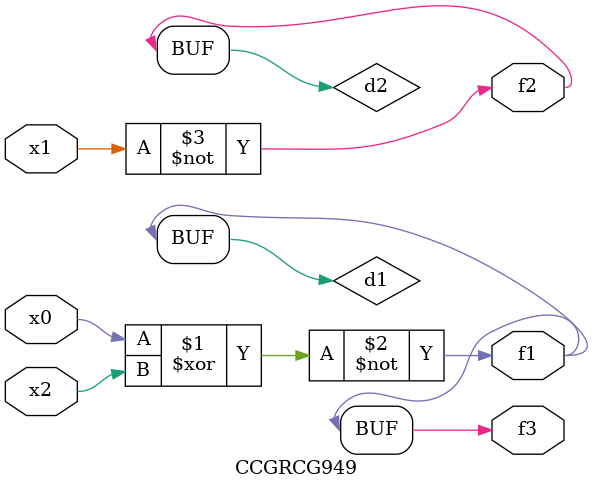
<source format=v>
module CCGRCG949(
	input x0, x1, x2,
	output f1, f2, f3
);

	wire d1, d2, d3;

	xnor (d1, x0, x2);
	nand (d2, x1);
	nor (d3, x1, x2);
	assign f1 = d1;
	assign f2 = d2;
	assign f3 = d1;
endmodule

</source>
